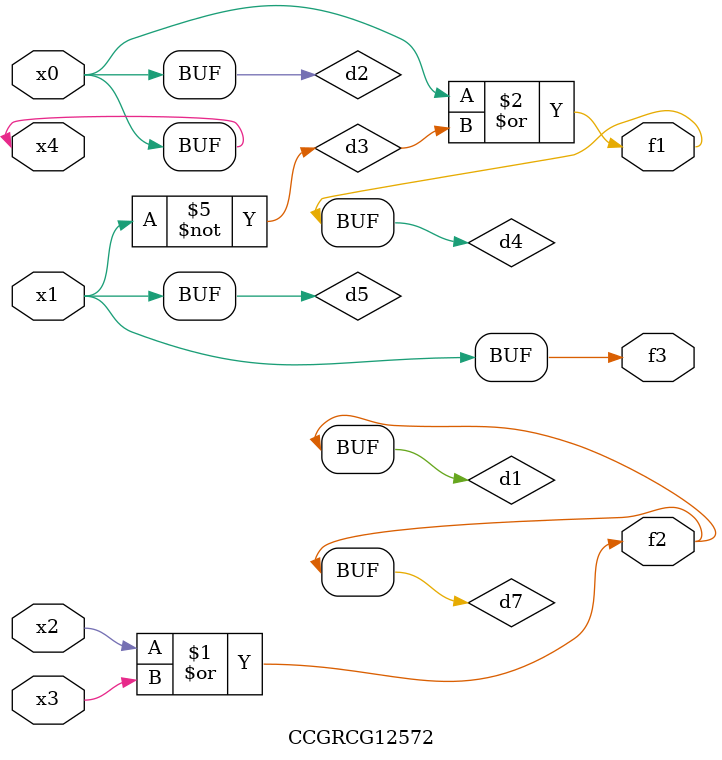
<source format=v>
module CCGRCG12572(
	input x0, x1, x2, x3, x4,
	output f1, f2, f3
);

	wire d1, d2, d3, d4, d5, d6, d7;

	or (d1, x2, x3);
	buf (d2, x0, x4);
	not (d3, x1);
	or (d4, d2, d3);
	not (d5, d3);
	nand (d6, d1, d3);
	or (d7, d1);
	assign f1 = d4;
	assign f2 = d7;
	assign f3 = d5;
endmodule

</source>
